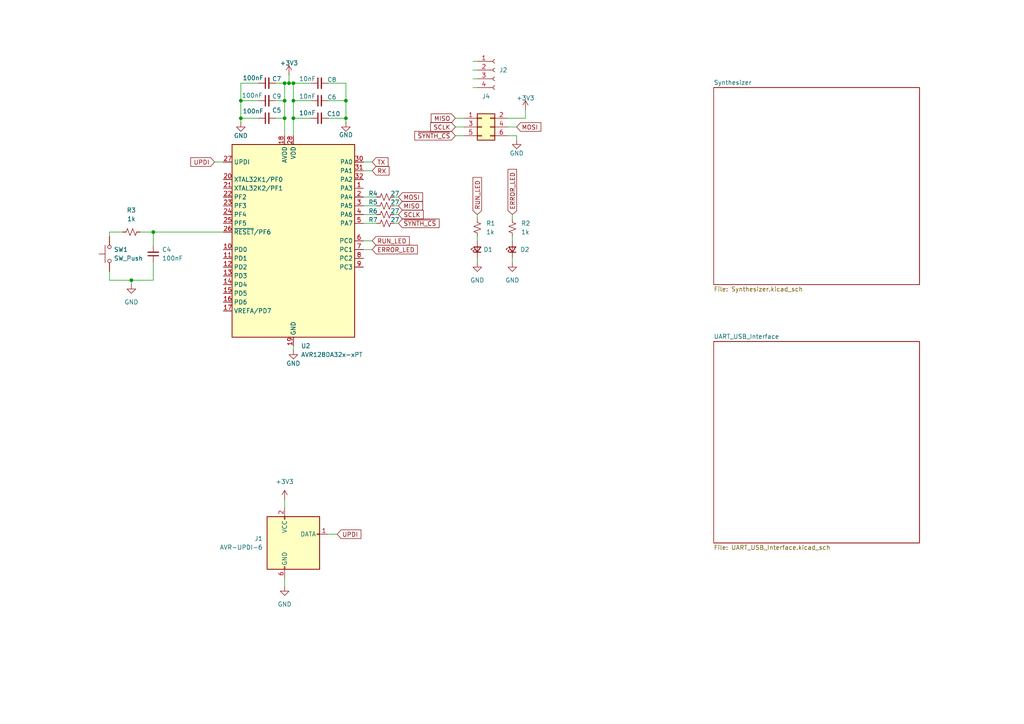
<source format=kicad_sch>
(kicad_sch (version 20231120) (generator "eeschema") (generator_version "8.0")
  (paper "A4")
  (lib_symbols
    (symbol "Connector:AVR-UPDI-6" (pin_names (offset 1.016))
      (property "Reference" "J" (at -6.35 8.89 0))
      (property "Value" "AVR-UPDI-6" (at 0 8.89 0))
      (symbol "AVR-UPDI-6_0_1"
        (rectangle (start -2.667 -6.858) (end -2.413 -7.62))
        (rectangle (start -2.667 7.62) (end -2.413 6.858))
        (rectangle (start 7.62 2.667) (end 6.858 2.413))
        (rectangle (start 7.62 7.62) (end -7.62 -7.62) (stroke (width 0.254)) (fill (type background)))
      )
      (symbol "AVR-UPDI-6_1_1"
        (pin passive line (at 10.16 2.54 180) (length 2.54) (name "DATA") (number "1"))
        (pin passive line (at -2.54 10.16 270) (length 2.54) (name "VCC") (number "2"))
        (pin no_connect line (at 7.62 0 180) (length 2.54) hide (name "NC") (number "3"))
        (pin no_connect line (at 7.62 -2.54 180) (length 2.54) hide (name "NC") (number "4"))
        (pin no_connect line (at 7.62 -5.08 180) (length 2.54) hide (name "NC") (number "5"))
        (pin passive line (at -2.54 -10.16 90) (length 2.54) (name "GND") (number "6"))
      )
    )
    (symbol "Connector:Conn_01x04_Socket" (pin_names (offset 1.016) hide)
      (property "Reference" "J" (at 0 5.08 0))
      (property "Value" "Conn_01x04_Socket" (at 0 -7.62 0))
      (symbol "Conn_01x04_Socket_1_1"
        (arc (start 0 -4.572) (mid -0.5058 -5.08) (end 0 -5.588) (stroke (width 0.1524)))
        (arc (start 0 -2.032) (mid -0.5058 -2.54) (end 0 -3.048) (stroke (width 0.1524)))
        (polyline (pts (xy -1.27 -5.08) (xy -0.508 -5.08)) (stroke (width 0.1524)))
        (polyline (pts (xy -1.27 -2.54) (xy -0.508 -2.54)) (stroke (width 0.1524)))
        (polyline (pts (xy -1.27 0) (xy -0.508 0)) (stroke (width 0.1524)))
        (polyline (pts (xy -1.27 2.54) (xy -0.508 2.54)) (stroke (width 0.1524)))
        (arc (start 0 0.508) (mid -0.5058 0) (end 0 -0.508) (stroke (width 0.1524)))
        (arc (start 0 3.048) (mid -0.5058 2.54) (end 0 2.032) (stroke (width 0.1524)))
        (pin passive line (at -5.08 2.54 0) (length 3.81) (name "Pin_1") (number "1"))
        (pin passive line (at -5.08 0 0) (length 3.81) (name "Pin_2") (number "2"))
        (pin passive line (at -5.08 -2.54 0) (length 3.81) (name "Pin_3") (number "3"))
        (pin passive line (at -5.08 -5.08 0) (length 3.81) (name "Pin_4") (number "4"))
      )
    )
    (symbol "Connector_Generic:Conn_02x03_Odd_Even" (pin_names (offset 1.016) hide)
      (property "Reference" "J" (at 1.27 5.08 0))
      (property "Value" "Conn_02x03_Odd_Even" (at 1.27 -5.08 0))
      (symbol "Conn_02x03_Odd_Even_1_1"
        (rectangle (start -1.27 -2.413) (end 0 -2.667) (stroke (width 0.1524)))
        (rectangle (start -1.27 0.127) (end 0 -0.127) (stroke (width 0.1524)))
        (rectangle (start -1.27 2.667) (end 0 2.413) (stroke (width 0.1524)))
        (rectangle (start -1.27 3.81) (end 3.81 -3.81) (stroke (width 0.254)) (fill (type background)))
        (rectangle (start 3.81 -2.413) (end 2.54 -2.667) (stroke (width 0.1524)))
        (rectangle (start 3.81 0.127) (end 2.54 -0.127) (stroke (width 0.1524)))
        (rectangle (start 3.81 2.667) (end 2.54 2.413) (stroke (width 0.1524)))
        (pin passive line (at -5.08 2.54 0) (length 3.81) (name "Pin_1") (number "1"))
        (pin passive line (at 7.62 2.54 180) (length 3.81) (name "Pin_2") (number "2"))
        (pin passive line (at -5.08 0 0) (length 3.81) (name "Pin_3") (number "3"))
        (pin passive line (at 7.62 0 180) (length 3.81) (name "Pin_4") (number "4"))
        (pin passive line (at -5.08 -2.54 0) (length 3.81) (name "Pin_5") (number "5"))
        (pin passive line (at 7.62 -2.54 180) (length 3.81) (name "Pin_6") (number "6"))
      )
    )
    (symbol "Device:C_Small" (pin_numbers hide) (pin_names (offset 0.254) hide)
      (property "Reference" "C" (at 0.254 1.778 0))
      (property "Value" "C_Small" (at 0.254 -2.032 0))
      (symbol "C_Small_0_1"
        (polyline (pts (xy -1.524 -0.508) (xy 1.524 -0.508)) (stroke (width 0.3302)))
        (polyline (pts (xy -1.524 0.508) (xy 1.524 0.508)) (stroke (width 0.3048)))
      )
      (symbol "C_Small_1_1"
        (pin passive line (at 0 2.54 270) (length 2.032) (name "~") (number "1"))
        (pin passive line (at 0 -2.54 90) (length 2.032) (name "~") (number "2"))
      )
    )
    (symbol "Device:LED_Small" (pin_numbers hide) (pin_names (offset 0.254) hide)
      (property "Reference" "D" (at -1.27 3.175 0))
      (property "Value" "LED_Small" (at -4.445 -2.54 0))
      (symbol "LED_Small_0_1"
        (polyline (pts (xy -0.762 -1.016) (xy -0.762 1.016)) (stroke (width 0.254)))
        (polyline (pts (xy 1.016 0) (xy -0.762 0)))
        (polyline (pts (xy 0.762 -1.016) (xy -0.762 0) (xy 0.762 1.016) (xy 0.762 -1.016)) (stroke (width 0.254)))
        (polyline (pts (xy 0 0.762) (xy -0.508 1.27) (xy -0.254 1.27) (xy -0.508 1.27) (xy -0.508 1.016)))
        (polyline (pts (xy 0.508 1.27) (xy 0 1.778) (xy 0.254 1.778) (xy 0 1.778) (xy 0 1.524)))
      )
      (symbol "LED_Small_1_1"
        (pin passive line (at -2.54 0 0) (length 1.778) (name "K") (number "1"))
        (pin passive line (at 2.54 0 180) (length 1.778) (name "A") (number "2"))
      )
    )
    (symbol "Device:R_Small_US" (pin_numbers hide) (pin_names (offset 0.254) hide)
      (property "Reference" "R" (at 0.762 0.508 0))
      (property "Value" "R_Small_US" (at 0.762 -1.016 0))
      (symbol "R_Small_US_1_1"
        (polyline (pts (xy 0 0) (xy 1.016 -0.381) (xy 0 -0.762) (xy -1.016 -1.143) (xy 0 -1.524)))
        (polyline (pts (xy 0 1.524) (xy 1.016 1.143) (xy 0 0.762) (xy -1.016 0.381) (xy 0 0)))
        (pin passive line (at 0 2.54 270) (length 1.016) (name "~") (number "1"))
        (pin passive line (at 0 -2.54 90) (length 1.016) (name "~") (number "2"))
      )
    )
    (symbol "MCU_Microchip_AVR_Dx:AVR128DA32x-xPT"
      (property "Reference" "U" (at -17.78 29.21 0))
      (property "Value" "AVR128DA32x-xPT" (at 2.54 -29.21 0))
      (symbol "AVR128DA32x-xPT_0_1"
        (rectangle (start -17.78 27.94) (end 17.78 -27.94) (stroke (width 0.254)) (fill (type background)))
      )
      (symbol "AVR128DA32x-xPT_1_1"
        (pin bidirectional line (at 20.32 15.24 180) (length 2.54) (name "PA3") (number "1"))
        (pin bidirectional line (at -20.32 -2.54 0) (length 2.54) (name "PD0") (number "10"))
        (pin bidirectional line (at -20.32 -5.08 0) (length 2.54) (name "PD1") (number "11"))
        (pin bidirectional line (at -20.32 -7.62 0) (length 2.54) (name "PD2") (number "12"))
        (pin bidirectional line (at -20.32 -10.16 0) (length 2.54) (name "PD3") (number "13"))
        (pin bidirectional line (at -20.32 -12.7 0) (length 2.54) (name "PD4") (number "14"))
        (pin bidirectional line (at -20.32 -15.24 0) (length 2.54) (name "PD5") (number "15"))
        (pin bidirectional line (at -20.32 -17.78 0) (length 2.54) (name "PD6") (number "16"))
        (pin bidirectional line (at -20.32 -20.32 0) (length 2.54) (name "VREFA/PD7") (number "17"))
        (pin power_in line (at -2.54 30.48 270) (length 2.54) (name "AVDD") (number "18"))
        (pin power_in line (at 0 -30.48 90) (length 2.54) (name "GND") (number "19"))
        (pin bidirectional line (at 20.32 12.7 180) (length 2.54) (name "PA4") (number "2"))
        (pin bidirectional line (at -20.32 17.78 0) (length 2.54) (name "XTAL32K1/PF0") (number "20"))
        (pin bidirectional line (at -20.32 15.24 0) (length 2.54) (name "XTAL32K2/PF1") (number "21"))
        (pin bidirectional line (at -20.32 12.7 0) (length 2.54) (name "PF2") (number "22"))
        (pin bidirectional line (at -20.32 10.16 0) (length 2.54) (name "PF3") (number "23"))
        (pin bidirectional line (at -20.32 7.62 0) (length 2.54) (name "PF4") (number "24"))
        (pin bidirectional line (at -20.32 5.08 0) (length 2.54) (name "PF5") (number "25"))
        (pin bidirectional line (at -20.32 2.54 0) (length 2.54) (name "~{RESET}/PF6") (number "26"))
        (pin input line (at -20.32 22.86 0) (length 2.54) (name "UPDI") (number "27"))
        (pin power_in line (at 0 30.48 270) (length 2.54) (name "VDD") (number "28"))
        (pin passive line (at 0 -30.48 90) (length 2.54) hide (name "GND") (number "29"))
        (pin bidirectional line (at 20.32 10.16 180) (length 2.54) (name "PA5") (number "3"))
        (pin bidirectional line (at 20.32 22.86 180) (length 2.54) (name "PA0") (number "30"))
        (pin bidirectional line (at 20.32 20.32 180) (length 2.54) (name "PA1") (number "31"))
        (pin bidirectional line (at 20.32 17.78 180) (length 2.54) (name "PA2") (number "32"))
        (pin bidirectional line (at 20.32 7.62 180) (length 2.54) (name "PA6") (number "4"))
        (pin bidirectional line (at 20.32 5.08 180) (length 2.54) (name "PA7") (number "5"))
        (pin bidirectional line (at 20.32 0 180) (length 2.54) (name "PC0") (number "6"))
        (pin bidirectional line (at 20.32 -2.54 180) (length 2.54) (name "PC1") (number "7"))
        (pin bidirectional line (at 20.32 -5.08 180) (length 2.54) (name "PC2") (number "8"))
        (pin bidirectional line (at 20.32 -7.62 180) (length 2.54) (name "PC3") (number "9"))
      )
    )
    (symbol "Switch:SW_Push" (pin_numbers hide) (pin_names (offset 1.016) hide)
      (property "Reference" "SW" (at 1.27 2.54 0))
      (property "Value" "SW_Push" (at 0 -1.524 0))
      (symbol "SW_Push_0_1"
        (circle (center -2.032 0) (radius 0.508))
        (polyline (pts (xy 0 1.27) (xy 0 3.048)))
        (polyline (pts (xy 2.54 1.27) (xy -2.54 1.27)))
        (circle (center 2.032 0) (radius 0.508))
        (pin passive line (at -5.08 0 0) (length 2.54) (name "1") (number "1"))
        (pin passive line (at 5.08 0 180) (length 2.54) (name "2") (number "2"))
      )
    )
    (symbol "power:+3V3" (power) (pin_numbers hide) (pin_names (offset 0) hide)
      (property "Value" "+3V3" (at 0 3.556 0))
      (symbol "+3V3_0_1"
        (polyline (pts (xy -0.762 1.27) (xy 0 2.54)))
        (polyline (pts (xy 0 0) (xy 0 2.54)))
        (polyline (pts (xy 0 2.54) (xy 0.762 1.27)))
      )
      (symbol "+3V3_1_1"
        (pin power_in line (at 0 0 90) (length 0) (name "~") (number "1"))
      )
    )
    (symbol "power:GND" (power) (pin_numbers hide) (pin_names (offset 0) hide)
      (property "Value" "GND" (at 0 -3.81 0))
      (symbol "GND_0_1"
        (polyline (pts (xy 0 0) (xy 0 -1.27) (xy 1.27 -1.27) (xy 0 -2.54) (xy -1.27 -1.27) (xy 0 -1.27)))
      )
      (symbol "GND_1_1"
        (pin power_in line (at 0 0 270) (length 0) (name "~") (number "1"))
      )
    )
  )
  (junction (at 82.55 29.21))
  (junction (at 82.55 34.29))
  (junction (at 85.09 34.29))
  (junction (at 100.33 34.29))
  (junction (at 82.55 24.13))
  (junction (at 44.45 67.31))
  (junction (at 100.33 29.21))
  (junction (at 69.85 29.21))
  (junction (at 83.82 24.13))
  (junction (at 69.85 34.29))
  (junction (at 38.1 81.28))
  (junction (at 85.09 24.13))
  (junction (at 85.09 29.21))
  (wire (pts (xy 137.16 22.86) (xy 138.43 22.86)))
  (wire (pts (xy 105.41 72.39) (xy 107.95 72.39)))
  (wire (pts (xy 90.17 24.13) (xy 85.09 24.13)))
  (wire (pts (xy 44.45 67.31) (xy 40.64 67.31)))
  (wire (pts (xy 100.33 34.29) (xy 100.33 35.56)))
  (wire (pts (xy 85.09 29.21) (xy 90.17 29.21)))
  (wire (pts (xy 95.25 29.21) (xy 100.33 29.21)))
  (wire (pts (xy 82.55 29.21) (xy 82.55 34.29)))
  (wire (pts (xy 38.1 81.28) (xy 38.1 82.55)))
  (wire (pts (xy 62.23 46.99) (xy 64.77 46.99)))
  (wire (pts (xy 105.41 49.53) (xy 107.95 49.53)))
  (wire (pts (xy 138.43 74.93) (xy 138.43 76.2)))
  (wire (pts (xy 137.16 25.4) (xy 138.43 25.4)))
  (wire (pts (xy 152.4 34.29) (xy 152.4 31.75)))
  (wire (pts (xy 137.16 20.32) (xy 138.43 20.32)))
  (wire (pts (xy 114.3 62.23) (xy 115.57 62.23)))
  (wire (pts (xy 44.45 67.31) (xy 64.77 67.31)))
  (wire (pts (xy 82.55 24.13) (xy 82.55 29.21)))
  (wire (pts (xy 105.41 64.77) (xy 109.22 64.77)))
  (wire (pts (xy 31.75 67.31) (xy 31.75 68.58)))
  (wire (pts (xy 80.01 34.29) (xy 82.55 34.29)))
  (wire (pts (xy 95.25 24.13) (xy 100.33 24.13)))
  (wire (pts (xy 83.82 21.59) (xy 83.82 24.13)))
  (wire (pts (xy 69.85 29.21) (xy 74.93 29.21)))
  (wire (pts (xy 105.41 46.99) (xy 107.95 46.99)))
  (wire (pts (xy 85.09 34.29) (xy 85.09 39.37)))
  (wire (pts (xy 148.59 62.23) (xy 148.59 63.5)))
  (wire (pts (xy 38.1 81.28) (xy 31.75 81.28)))
  (wire (pts (xy 69.85 34.29) (xy 74.93 34.29)))
  (wire (pts (xy 132.08 36.83) (xy 134.62 36.83)))
  (wire (pts (xy 95.25 34.29) (xy 100.33 34.29)))
  (wire (pts (xy 114.3 64.77) (xy 115.57 64.77)))
  (wire (pts (xy 132.08 34.29) (xy 134.62 34.29)))
  (wire (pts (xy 80.01 24.13) (xy 82.55 24.13)))
  (wire (pts (xy 114.3 59.69) (xy 115.57 59.69)))
  (wire (pts (xy 69.85 24.13) (xy 74.93 24.13)))
  (wire (pts (xy 100.33 24.13) (xy 100.33 29.21)))
  (wire (pts (xy 149.86 39.37) (xy 149.86 40.64)))
  (wire (pts (xy 137.16 17.78) (xy 138.43 17.78)))
  (wire (pts (xy 95.25 154.94) (xy 97.79 154.94)))
  (wire (pts (xy 147.32 34.29) (xy 152.4 34.29)))
  (wire (pts (xy 44.45 67.31) (xy 44.45 71.12)))
  (wire (pts (xy 80.01 29.21) (xy 82.55 29.21)))
  (wire (pts (xy 138.43 62.23) (xy 138.43 63.5)))
  (wire (pts (xy 82.55 34.29) (xy 82.55 39.37)))
  (wire (pts (xy 85.09 29.21) (xy 85.09 34.29)))
  (wire (pts (xy 105.41 69.85) (xy 107.95 69.85)))
  (wire (pts (xy 44.45 76.2) (xy 44.45 81.28)))
  (wire (pts (xy 105.41 59.69) (xy 109.22 59.69)))
  (wire (pts (xy 31.75 81.28) (xy 31.75 78.74)))
  (wire (pts (xy 138.43 68.58) (xy 138.43 69.85)))
  (wire (pts (xy 82.55 144.78) (xy 82.55 147.32)))
  (wire (pts (xy 69.85 24.13) (xy 69.85 29.21)))
  (wire (pts (xy 148.59 74.93) (xy 148.59 76.2)))
  (wire (pts (xy 147.32 36.83) (xy 149.86 36.83)))
  (wire (pts (xy 105.41 62.23) (xy 109.22 62.23)))
  (wire (pts (xy 114.3 57.15) (xy 115.57 57.15)))
  (wire (pts (xy 69.85 29.21) (xy 69.85 34.29)))
  (wire (pts (xy 44.45 81.28) (xy 38.1 81.28)))
  (wire (pts (xy 105.41 57.15) (xy 109.22 57.15)))
  (wire (pts (xy 100.33 29.21) (xy 100.33 34.29)))
  (wire (pts (xy 85.09 34.29) (xy 90.17 34.29)))
  (wire (pts (xy 83.82 24.13) (xy 82.55 24.13)))
  (wire (pts (xy 132.08 39.37) (xy 134.62 39.37)))
  (wire (pts (xy 85.09 100.33) (xy 85.09 101.6)))
  (wire (pts (xy 85.09 24.13) (xy 85.09 29.21)))
  (wire (pts (xy 85.09 24.13) (xy 83.82 24.13)))
  (wire (pts (xy 82.55 167.64) (xy 82.55 170.18)))
  (wire (pts (xy 69.85 34.29) (xy 69.85 35.56)))
  (wire (pts (xy 35.56 67.31) (xy 31.75 67.31)))
  (wire (pts (xy 148.59 68.58) (xy 148.59 69.85)))
  (wire (pts (xy 147.32 39.37) (xy 149.86 39.37)))
  (global_label "SCLK" (shape input) (at 115.57 62.23 0) (property "Intersheetrefs" "${INTERSHEET_REFS}" (effects (hide yes))))
  (global_label "MISO" (shape input) (at 115.57 59.69 0) (property "Intersheetrefs" "${INTERSHEET_REFS}" (effects (hide yes))))
  (global_label "MOSI" (shape input) (at 149.86 36.83 0) (property "Intersheetrefs" "${INTERSHEET_REFS}" (effects (hide yes))))
  (global_label "~{SYNTH_CS}" (shape input) (at 132.08 39.37 180) (property "Intersheetrefs" "${INTERSHEET_REFS}" (effects (hide yes))))
  (global_label "~{SYNTH_CS}" (shape input) (at 115.57 64.77 0) (property "Intersheetrefs" "${INTERSHEET_REFS}" (effects (hide yes))))
  (global_label "ERROR_LED" (shape input) (at 107.95 72.39 0) (property "Intersheetrefs" "${INTERSHEET_REFS}" (effects (hide yes))))
  (global_label "UPDI" (shape input) (at 97.79 154.94 0) (property "Intersheetrefs" "${INTERSHEET_REFS}" (effects (hide yes))))
  (global_label "MISO" (shape input) (at 132.08 34.29 180) (property "Intersheetrefs" "${INTERSHEET_REFS}" (effects (hide yes))))
  (global_label "SCLK" (shape input) (at 132.08 36.83 180) (property "Intersheetrefs" "${INTERSHEET_REFS}" (effects (hide yes))))
  (global_label "TX" (shape input) (at 107.95 46.99 0) (property "Intersheetrefs" "${INTERSHEET_REFS}" (effects (hide yes))))
  (global_label "UPDI" (shape input) (at 62.23 46.99 180) (property "Intersheetrefs" "${INTERSHEET_REFS}" (effects (hide yes))))
  (global_label "RUN_LED" (shape input) (at 138.43 62.23 90) (property "Intersheetrefs" "${INTERSHEET_REFS}" (effects (hide yes))))
  (global_label "RUN_LED" (shape input) (at 107.95 69.85 0) (property "Intersheetrefs" "${INTERSHEET_REFS}" (effects (hide yes))))
  (global_label "MOSI" (shape input) (at 115.57 57.15 0) (property "Intersheetrefs" "${INTERSHEET_REFS}" (effects (hide yes))))
  (global_label "ERROR_LED" (shape input) (at 148.59 62.23 90) (property "Intersheetrefs" "${INTERSHEET_REFS}" (effects (hide yes))))
  (global_label "RX" (shape input) (at 107.95 49.53 0) (property "Intersheetrefs" "${INTERSHEET_REFS}" (effects (hide yes))))
  (symbol (lib_id "Device:R_Small_US") (at 138.43 66.04 0) (unit 1)
    (property "Reference" "R1" (at 140.97 64.7699 0) (effects (justify left)))
    (property "Value" "1k" (at 140.97 67.3099 0) (effects (justify left)))
    (property "Footprint" "Resistor_SMD:R_0603_1608Metric" (effects (hide yes)))
    (property "Description" "Resistor, small US symbol" (effects (hide yes)))
  )
  (symbol (lib_id "power:GND") (at 38.1 82.55 0) (unit 1)
    (property "Reference" "#PWR013" (effects (hide yes)))
    (property "Value" "GND" (at 38.1 87.63 0))
    (property "Description" "Power symbol creates a global label with name \"GND\" , ground" (effects (hide yes)))
  )
  (symbol (lib_id "power:GND") (at 148.59 76.2 0) (unit 1)
    (property "Reference" "#PWR012" (effects (hide yes)))
    (property "Value" "GND" (at 148.59 81.28 0))
    (property "Description" "Power symbol creates a global label with name \"GND\" , ground" (effects (hide yes)))
  )
  (symbol (lib_id "Device:C_Small") (at 77.47 34.29 90) (unit 1)
    (property "Reference" "C5" (at 80.264 32.004 90))
    (property "Value" "100nF" (at 73.406 32.258 90))
    (property "Footprint" "Capacitor_SMD:C_0402_1005Metric" (effects (hide yes)))
    (property "Description" "Unpolarized capacitor, small symbol" (effects (hide yes)))
  )
  (symbol (lib_id "power:+3V3") (at 82.55 144.78 0) (unit 1)
    (property "Reference" "#PWR09" (effects (hide yes)))
    (property "Value" "+3V3" (at 82.55 139.7 0))
    (property "Description" "Power symbol creates a global label with name \"+3V3\"" (effects (hide yes)))
  )
  (symbol (lib_id "MCU_Microchip_AVR_Dx:AVR128DA32x-xPT") (at 85.09 69.85 0) (unit 1)
    (property "Reference" "U2" (at 87.2841 100.33 0) (effects (justify left)))
    (property "Value" "AVR128DA32x-xPT" (at 87.2841 102.87 0) (effects (justify left)))
    (property "Footprint" "Package_QFP:TQFP-32_7x7mm_P0.8mm" (effects (hide yes)))
    (property "Datasheet" "https://ww1.microchip.com/downloads/en/DeviceDoc/AVR128DA28-32-48-64-DataSheet-DS40002183B.pdf" (effects (hide yes)))
    (property "Description" "24MHz, 128kB Flash, 16kB SRAM, EEPROM with Touch Sensing, TQFP-32" (effects (hide yes)))
  )
  (symbol (lib_id "power:GND") (at 100.33 35.56 0) (unit 1)
    (property "Reference" "#PWR016" (effects (hide yes)))
    (property "Value" "GND" (at 100.33 39.116 0))
    (property "Description" "Power symbol creates a global label with name \"GND\" , ground" (effects (hide yes)))
  )
  (symbol (lib_id "Device:C_Small") (at 92.71 29.21 90) (unit 1)
    (property "Reference" "C6" (at 96.266 28.194 90))
    (property "Value" "10nF" (at 89.154 27.94 90))
    (property "Footprint" "Capacitor_SMD:C_0402_1005Metric" (effects (hide yes)))
    (property "Description" "Unpolarized capacitor, small symbol" (effects (hide yes)))
  )
  (symbol (lib_id "Device:R_Small_US") (at 148.59 66.04 0) (unit 1)
    (property "Reference" "R2" (at 151.13 64.7699 0) (effects (justify left)))
    (property "Value" "1k" (at 151.13 67.3099 0) (effects (justify left)))
    (property "Footprint" "Resistor_SMD:R_0603_1608Metric" (effects (hide yes)))
    (property "Description" "Resistor, small US symbol" (effects (hide yes)))
  )
  (symbol (lib_id "power:+3V3") (at 152.4 31.75 0) (unit 1)
    (property "Reference" "#PWR01" (effects (hide yes)))
    (property "Value" "+3V3" (at 152.4 28.448 0))
    (property "Description" "Power symbol creates a global label with name \"+3V3\"" (effects (hide yes)))
  )
  (symbol (lib_id "Device:C_Small") (at 92.71 24.13 90) (unit 1)
    (property "Reference" "C8" (at 96.266 23.114 90))
    (property "Value" "10nF" (at 89.154 22.86 90))
    (property "Footprint" "Capacitor_SMD:C_0402_1005Metric" (effects (hide yes)))
    (property "Description" "Unpolarized capacitor, small symbol" (effects (hide yes)))
  )
  (symbol (lib_id "power:GND") (at 85.09 101.6 0) (unit 1)
    (property "Reference" "#PWR017" (effects (hide yes)))
    (property "Value" "GND" (at 85.09 105.41 0))
    (property "Description" "Power symbol creates a global label with name \"GND\" , ground" (effects (hide yes)))
  )
  (symbol (lib_id "power:+3V3") (at 83.82 21.59 0) (unit 1)
    (property "Reference" "#PWR015" (effects (hide yes)))
    (property "Value" "+3V3" (at 83.82 18.288 0))
    (property "Description" "Power symbol creates a global label with name \"+3V3\"" (effects (hide yes)))
  )
  (symbol (lib_id "Device:C_Small") (at 44.45 73.66 180) (unit 1)
    (property "Reference" "C4" (at 46.99 72.3835 0) (effects (justify right)))
    (property "Value" "100nF" (at 46.99 74.9235 0) (effects (justify right)))
    (property "Footprint" "Capacitor_SMD:C_0402_1005Metric" (effects (hide yes)))
    (property "Description" "Unpolarized capacitor, small symbol" (effects (hide yes)))
  )
  (symbol (lib_id "power:GND") (at 149.86 40.64 0) (unit 1)
    (property "Reference" "#PWR02" (effects (hide yes)))
    (property "Value" "GND" (at 149.86 44.45 0))
    (property "Description" "Power symbol creates a global label with name \"GND\" , ground" (effects (hide yes)))
  )
  (symbol (lib_id "Device:C_Small") (at 92.71 34.29 90) (unit 1)
    (property "Reference" "C10" (at 96.774 33.02 90))
    (property "Value" "10nF" (at 89.154 32.766 90))
    (property "Footprint" "Capacitor_SMD:C_0402_1005Metric" (effects (hide yes)))
    (property "Description" "Unpolarized capacitor, small symbol" (effects (hide yes)))
  )
  (symbol (lib_id "Device:LED_Small") (at 138.43 72.39 90) (unit 1)
    (property "Reference" "D1" (at 140.208 72.39 90) (effects (justify right)))
    (property "Value" "150080VS75000" (effects (hide yes)))
    (property "Footprint" "LED_SMD:LED_0805_2012Metric" (effects (hide yes)))
    (property "Datasheet" "https://www.we-online.com/components/products/datasheet/150080VS75000.pdf" (effects (hide yes)))
    (property "Description" "Light emitting diode, small symbol" (effects (hide yes)))
  )
  (symbol (lib_id "Device:R_Small_US") (at 38.1 67.31 90) (unit 1)
    (property "Reference" "R3" (at 38.1 60.96 90))
    (property "Value" "1k" (at 38.1 63.5 90))
    (property "Footprint" "Resistor_SMD:R_0603_1608Metric" (effects (hide yes)))
    (property "Description" "Resistor, small US symbol" (effects (hide yes)))
  )
  (symbol (lib_id "Device:C_Small") (at 77.47 29.21 90) (unit 1)
    (property "Reference" "C9" (at 80.264 27.94 90))
    (property "Value" "100nF" (at 73.152 27.686 90))
    (property "Footprint" "Capacitor_SMD:C_0402_1005Metric" (effects (hide yes)))
    (property "Description" "Unpolarized capacitor, small symbol" (effects (hide yes)))
  )
  (symbol (lib_id "Connector:Conn_01x04_Socket") (at 143.51 20.32 0) (unit 1)
    (property "Reference" "J2" (at 144.78 20.3199 0) (effects (justify left)))
    (property "Value" "Conn_01x04_Socket" (effects (hide yes)))
    (property "Description" "Generic connector, single row, 01x04, script generated" (effects (hide yes)))
  )
  (symbol (lib_id "power:GND") (at 69.85 35.56 0) (unit 1)
    (property "Reference" "#PWR014" (effects (hide yes)))
    (property "Value" "GND" (at 69.85 39.37 0))
    (property "Description" "Power symbol creates a global label with name \"GND\" , ground" (effects (hide yes)))
  )
  (symbol (lib_id "Switch:SW_Push") (at 31.75 73.66 90) (unit 1)
    (property "Reference" "SW1" (at 33.02 72.3899 90) (effects (justify right)))
    (property "Value" "SW_Push" (at 33.02 74.9299 90) (effects (justify right)))
    (property "Footprint" "Button_Switch_SMD:SW_SPST_B3SL-1002P" (effects (hide yes)))
    (property "Description" "Push button switch, generic, two pins" (effects (hide yes)))
  )
  (symbol (lib_id "Device:R_Small_US") (at 111.76 64.77 90) (unit 1)
    (property "Reference" "R7" (at 108.204 63.754 90))
    (property "Value" "27" (at 114.554 63.754 90))
    (property "Footprint" "Resistor_SMD:R_0603_1608Metric" (effects (hide yes)))
    (property "Description" "Resistor, small US symbol" (effects (hide yes)))
  )
  (symbol (lib_id "Connector:AVR-UPDI-6") (at 85.09 157.48 0) (unit 1)
    (property "Reference" "J1" (at 76.2 156.2099 0) (effects (justify right)))
    (property "Value" "AVR-UPDI-6" (at 76.2 158.7499 0) (effects (justify right)))
    (property "Footprint" "Connector_IDC:IDC-Header_2x03_P2.54mm_Vertical" (effects (hide yes)))
    (property "Datasheet" "https://www.microchip.com/webdoc/GUID-9D10622A-5C16-4405-B092-1BDD437B4976/index.html?GUID-9B349315-2842-4189-B88C-49F4E1055D7F" (effects (hide yes)))
    (property "Description" "Atmel 6-pin UPDI connector" (effects (hide yes)))
  )
  (symbol (lib_id "Connector_Generic:Conn_02x03_Odd_Even") (at 139.7 36.83 0) (unit 1)
    (property "Reference" "J4" (at 140.97 27.94 0))
    (property "Value" "Conn_02x03_Odd_Even" (effects (hide yes)))
    (property "Description" "Generic connector, double row, 02x03, odd/even pin numbering scheme (row 1 odd numbers, row 2 even numbers), script generated (kicad-library-utils/schlib/autogen/connector/)" (effects (hide yes)))
  )
  (symbol (lib_id "Device:R_Small_US") (at 111.76 62.23 90) (unit 1)
    (property "Reference" "R6" (at 108.204 61.214 90))
    (property "Value" "27" (at 114.554 61.214 90))
    (property "Footprint" "Resistor_SMD:R_0603_1608Metric" (effects (hide yes)))
    (property "Description" "Resistor, small US symbol" (effects (hide yes)))
  )
  (symbol (lib_id "Device:C_Small") (at 77.47 24.13 90) (unit 1)
    (property "Reference" "C7" (at 80.264 22.86 90))
    (property "Value" "100nF" (at 73.406 22.606 90))
    (property "Footprint" "Capacitor_SMD:C_0402_1005Metric" (effects (hide yes)))
    (property "Description" "Unpolarized capacitor, small symbol" (effects (hide yes)))
  )
  (symbol (lib_id "Device:LED_Small") (at 148.59 72.39 90) (unit 1)
    (property "Reference" "D2" (at 150.876 72.39 90) (effects (justify right)))
    (property "Value" "150080SS75000" (effects (hide yes)))
    (property "Footprint" "LED_SMD:LED_0805_2012Metric" (effects (hide yes)))
    (property "Datasheet" "https://www.we-online.com/components/products/datasheet/150080VS75000.pdf" (effects (hide yes)))
    (property "Description" "Light emitting diode, small symbol" (effects (hide yes)))
  )
  (symbol (lib_id "Device:R_Small_US") (at 111.76 57.15 90) (unit 1)
    (property "Reference" "R4" (at 108.204 56.134 90))
    (property "Value" "27" (at 114.554 56.134 90))
    (property "Footprint" "Resistor_SMD:R_0603_1608Metric" (effects (hide yes)))
    (property "Description" "Resistor, small US symbol" (effects (hide yes)))
  )
  (symbol (lib_id "Device:R_Small_US") (at 111.76 59.69 90) (unit 1)
    (property "Reference" "R5" (at 108.204 58.674 90))
    (property "Value" "27" (at 114.554 58.674 90))
    (property "Footprint" "Resistor_SMD:R_0603_1608Metric" (effects (hide yes)))
    (property "Description" "Resistor, small US symbol" (effects (hide yes)))
  )
  (symbol (lib_id "power:GND") (at 82.55 170.18 0) (unit 1)
    (property "Reference" "#PWR010" (effects (hide yes)))
    (property "Value" "GND" (at 82.55 175.26 0))
    (property "Description" "Power symbol creates a global label with name \"GND\" , ground" (effects (hide yes)))
  )
  (symbol (lib_id "power:GND") (at 138.43 76.2 0) (unit 1)
    (property "Reference" "#PWR011" (effects (hide yes)))
    (property "Value" "GND" (at 138.43 81.28 0))
    (property "Description" "Power symbol creates a global label with name \"GND\" , ground" (effects (hide yes)))
  )
  (sheet (at 207.01 99.06) (size 59.69 58.42) (stroke (width 0.1524))
    (property "Sheetname" "UART_USB_Interface" (at 207.01 98.3484 0) (effects (justify left bottom)))
    (property "Sheetfile" "UART_USB_Interface.kicad_sch" (at 207.01 158.0646 0) (effects (justify left top)))
  )
  (sheet (at 207.01 25.4) (size 59.69 57.15) (stroke (width 0.1524))
    (property "Sheetname" "Synthesizer" (at 207.01 24.6884 0) (effects (justify left bottom)))
    (property "Sheetfile" "Synthesizer.kicad_sch" (at 207.01 83.1346 0) (effects (justify left top)))
  )
)
</source>
